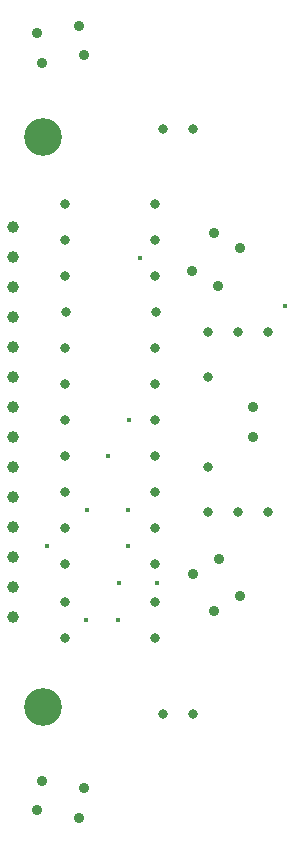
<source format=gbr>
%TF.GenerationSoftware,KiCad,Pcbnew,9.0.1*%
%TF.CreationDate,2025-07-21T13:33:18+02:00*%
%TF.ProjectId,ukmarsbot-wall-sensor-advanced,756b6d61-7273-4626-9f74-2d77616c6c2d,rev?*%
%TF.SameCoordinates,Original*%
%TF.FileFunction,Plated,1,2,PTH,Drill*%
%TF.FilePolarity,Positive*%
%FSLAX46Y46*%
G04 Gerber Fmt 4.6, Leading zero omitted, Abs format (unit mm)*
G04 Created by KiCad (PCBNEW 9.0.1) date 2025-07-21 13:33:18*
%MOMM*%
%LPD*%
G01*
G04 APERTURE LIST*
%TA.AperFunction,ViaDrill*%
%ADD10C,0.400000*%
%TD*%
%TA.AperFunction,ComponentDrill*%
%ADD11C,0.800000*%
%TD*%
%TA.AperFunction,ComponentDrill*%
%ADD12C,0.900000*%
%TD*%
%TA.AperFunction,ComponentDrill*%
%ADD13C,1.000000*%
%TD*%
%TA.AperFunction,ComponentDrill*%
%ADD14C,3.200000*%
%TD*%
G04 APERTURE END LIST*
D10*
X144700000Y-115500000D03*
X148050500Y-121802626D03*
X148100000Y-112450000D03*
X149900000Y-107950000D03*
X150750000Y-121819010D03*
X150800000Y-118700000D03*
X151600000Y-112500000D03*
X151600000Y-115500000D03*
X151649500Y-104873000D03*
X152625000Y-91157000D03*
X154000000Y-118700000D03*
X164886262Y-95184886D03*
D11*
%TO.C,R11*%
X146265000Y-86585000D03*
%TO.C,R1*%
X146275000Y-89633000D03*
%TO.C,R2*%
X146275000Y-92681000D03*
%TO.C,R4*%
X146275000Y-98777000D03*
%TO.C,R5*%
X146275000Y-101825000D03*
%TO.C,R6*%
X146275000Y-104873000D03*
%TO.C,R7*%
X146275000Y-107921000D03*
%TO.C,R8*%
X146275000Y-110969000D03*
%TO.C,R13*%
X146275000Y-114017000D03*
%TO.C,R14*%
X146275000Y-117065000D03*
%TO.C,R9*%
X146275000Y-120240000D03*
%TO.C,R10*%
X146275000Y-123288000D03*
%TO.C,R3*%
X146285000Y-95729000D03*
%TO.C,R11*%
X153885000Y-86585000D03*
%TO.C,R1*%
X153895000Y-89633000D03*
%TO.C,R2*%
X153895000Y-92681000D03*
%TO.C,R4*%
X153895000Y-98777000D03*
%TO.C,R5*%
X153895000Y-101825000D03*
%TO.C,R6*%
X153895000Y-104873000D03*
%TO.C,R7*%
X153895000Y-107921000D03*
%TO.C,R8*%
X153895000Y-110969000D03*
%TO.C,R13*%
X153895000Y-114017000D03*
%TO.C,R14*%
X153895000Y-117065000D03*
%TO.C,R9*%
X153895000Y-120240000D03*
%TO.C,R10*%
X153895000Y-123288000D03*
%TO.C,R3*%
X153905000Y-95729000D03*
%TO.C,C1*%
X154570000Y-80235000D03*
%TO.C,C2*%
X154570000Y-129765000D03*
%TO.C,C1*%
X157070000Y-80235000D03*
%TO.C,C2*%
X157070000Y-129765000D03*
%TO.C,Q5*%
X158340000Y-97380000D03*
%TO.C,R12*%
X158340000Y-101200000D03*
X158340000Y-108820000D03*
%TO.C,Q6*%
X158340000Y-112620000D03*
%TO.C,Q5*%
X160880000Y-97380000D03*
%TO.C,Q6*%
X160880000Y-112620000D03*
%TO.C,Q5*%
X163420000Y-97380000D03*
%TO.C,Q6*%
X163420000Y-112620000D03*
D12*
%TO.C,D4*%
X143834325Y-137900000D03*
%TO.C,D1*%
X143836061Y-72098588D03*
%TO.C,D4*%
X144275391Y-135398588D03*
%TO.C,D1*%
X144277127Y-74600000D03*
%TO.C,Q4*%
X147384325Y-138528000D03*
%TO.C,Q1*%
X147427127Y-71472000D03*
%TO.C,Q4*%
X147825391Y-136026588D03*
%TO.C,Q1*%
X147868193Y-73973412D03*
%TO.C,D2*%
X157000295Y-92230000D03*
%TO.C,D3*%
X157100000Y-117900000D03*
%TO.C,Q2*%
X158848000Y-88998000D03*
%TO.C,Q3*%
X158848000Y-121002000D03*
%TO.C,D2*%
X159200000Y-93500000D03*
%TO.C,D3*%
X159299705Y-116630000D03*
%TO.C,Q2*%
X161047705Y-90268000D03*
%TO.C,Q3*%
X161047705Y-119732000D03*
%TO.C,D5*%
X162150000Y-103735000D03*
X162150000Y-106275000D03*
D13*
%TO.C,J1*%
X141830000Y-88490000D03*
X141830000Y-91030000D03*
X141830000Y-93570000D03*
X141830000Y-96110000D03*
X141830000Y-98650000D03*
X141830000Y-101190000D03*
X141830000Y-103730000D03*
X141830000Y-106270000D03*
X141830000Y-108810000D03*
X141830000Y-111350000D03*
X141830000Y-113890000D03*
X141830000Y-116430000D03*
X141830000Y-118970000D03*
X141830000Y-121510000D03*
D14*
%TO.C,H1*%
X144370000Y-80870000D03*
%TO.C,H2*%
X144370000Y-129130000D03*
M02*

</source>
